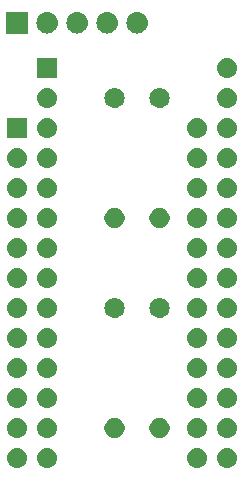
<source format=gbr>
G04 #@! TF.GenerationSoftware,KiCad,Pcbnew,(5.1.2)-1*
G04 #@! TF.CreationDate,2020-02-06T22:00:07-05:00*
G04 #@! TF.ProjectId,23xxxAdapter,32337878-7841-4646-9170-7465722e6b69,rev?*
G04 #@! TF.SameCoordinates,Original*
G04 #@! TF.FileFunction,Soldermask,Top*
G04 #@! TF.FilePolarity,Negative*
%FSLAX46Y46*%
G04 Gerber Fmt 4.6, Leading zero omitted, Abs format (unit mm)*
G04 Created by KiCad (PCBNEW (5.1.2)-1) date 2020-02-06 22:00:07*
%MOMM*%
%LPD*%
G04 APERTURE LIST*
%ADD10C,0.100000*%
G04 APERTURE END LIST*
D10*
G36*
X157646823Y-105841313D02*
G01*
X157807242Y-105889976D01*
X157939906Y-105960886D01*
X157955078Y-105968996D01*
X158084659Y-106075341D01*
X158191004Y-106204922D01*
X158191005Y-106204924D01*
X158270024Y-106352758D01*
X158318687Y-106513177D01*
X158335117Y-106680000D01*
X158318687Y-106846823D01*
X158270024Y-107007242D01*
X158199114Y-107139906D01*
X158191004Y-107155078D01*
X158084659Y-107284659D01*
X157955078Y-107391004D01*
X157955076Y-107391005D01*
X157807242Y-107470024D01*
X157646823Y-107518687D01*
X157521804Y-107531000D01*
X157438196Y-107531000D01*
X157313177Y-107518687D01*
X157152758Y-107470024D01*
X157004924Y-107391005D01*
X157004922Y-107391004D01*
X156875341Y-107284659D01*
X156768996Y-107155078D01*
X156760886Y-107139906D01*
X156689976Y-107007242D01*
X156641313Y-106846823D01*
X156624883Y-106680000D01*
X156641313Y-106513177D01*
X156689976Y-106352758D01*
X156768995Y-106204924D01*
X156768996Y-106204922D01*
X156875341Y-106075341D01*
X157004922Y-105968996D01*
X157020094Y-105960886D01*
X157152758Y-105889976D01*
X157313177Y-105841313D01*
X157438196Y-105829000D01*
X157521804Y-105829000D01*
X157646823Y-105841313D01*
X157646823Y-105841313D01*
G37*
G36*
X172886823Y-105841313D02*
G01*
X173047242Y-105889976D01*
X173179906Y-105960886D01*
X173195078Y-105968996D01*
X173324659Y-106075341D01*
X173431004Y-106204922D01*
X173431005Y-106204924D01*
X173510024Y-106352758D01*
X173558687Y-106513177D01*
X173575117Y-106680000D01*
X173558687Y-106846823D01*
X173510024Y-107007242D01*
X173439114Y-107139906D01*
X173431004Y-107155078D01*
X173324659Y-107284659D01*
X173195078Y-107391004D01*
X173195076Y-107391005D01*
X173047242Y-107470024D01*
X172886823Y-107518687D01*
X172761804Y-107531000D01*
X172678196Y-107531000D01*
X172553177Y-107518687D01*
X172392758Y-107470024D01*
X172244924Y-107391005D01*
X172244922Y-107391004D01*
X172115341Y-107284659D01*
X172008996Y-107155078D01*
X172000886Y-107139906D01*
X171929976Y-107007242D01*
X171881313Y-106846823D01*
X171864883Y-106680000D01*
X171881313Y-106513177D01*
X171929976Y-106352758D01*
X172008995Y-106204924D01*
X172008996Y-106204922D01*
X172115341Y-106075341D01*
X172244922Y-105968996D01*
X172260094Y-105960886D01*
X172392758Y-105889976D01*
X172553177Y-105841313D01*
X172678196Y-105829000D01*
X172761804Y-105829000D01*
X172886823Y-105841313D01*
X172886823Y-105841313D01*
G37*
G36*
X155106823Y-105841313D02*
G01*
X155267242Y-105889976D01*
X155399906Y-105960886D01*
X155415078Y-105968996D01*
X155544659Y-106075341D01*
X155651004Y-106204922D01*
X155651005Y-106204924D01*
X155730024Y-106352758D01*
X155778687Y-106513177D01*
X155795117Y-106680000D01*
X155778687Y-106846823D01*
X155730024Y-107007242D01*
X155659114Y-107139906D01*
X155651004Y-107155078D01*
X155544659Y-107284659D01*
X155415078Y-107391004D01*
X155415076Y-107391005D01*
X155267242Y-107470024D01*
X155106823Y-107518687D01*
X154981804Y-107531000D01*
X154898196Y-107531000D01*
X154773177Y-107518687D01*
X154612758Y-107470024D01*
X154464924Y-107391005D01*
X154464922Y-107391004D01*
X154335341Y-107284659D01*
X154228996Y-107155078D01*
X154220886Y-107139906D01*
X154149976Y-107007242D01*
X154101313Y-106846823D01*
X154084883Y-106680000D01*
X154101313Y-106513177D01*
X154149976Y-106352758D01*
X154228995Y-106204924D01*
X154228996Y-106204922D01*
X154335341Y-106075341D01*
X154464922Y-105968996D01*
X154480094Y-105960886D01*
X154612758Y-105889976D01*
X154773177Y-105841313D01*
X154898196Y-105829000D01*
X154981804Y-105829000D01*
X155106823Y-105841313D01*
X155106823Y-105841313D01*
G37*
G36*
X170346823Y-105841313D02*
G01*
X170507242Y-105889976D01*
X170639906Y-105960886D01*
X170655078Y-105968996D01*
X170784659Y-106075341D01*
X170891004Y-106204922D01*
X170891005Y-106204924D01*
X170970024Y-106352758D01*
X171018687Y-106513177D01*
X171035117Y-106680000D01*
X171018687Y-106846823D01*
X170970024Y-107007242D01*
X170899114Y-107139906D01*
X170891004Y-107155078D01*
X170784659Y-107284659D01*
X170655078Y-107391004D01*
X170655076Y-107391005D01*
X170507242Y-107470024D01*
X170346823Y-107518687D01*
X170221804Y-107531000D01*
X170138196Y-107531000D01*
X170013177Y-107518687D01*
X169852758Y-107470024D01*
X169704924Y-107391005D01*
X169704922Y-107391004D01*
X169575341Y-107284659D01*
X169468996Y-107155078D01*
X169460886Y-107139906D01*
X169389976Y-107007242D01*
X169341313Y-106846823D01*
X169324883Y-106680000D01*
X169341313Y-106513177D01*
X169389976Y-106352758D01*
X169468995Y-106204924D01*
X169468996Y-106204922D01*
X169575341Y-106075341D01*
X169704922Y-105968996D01*
X169720094Y-105960886D01*
X169852758Y-105889976D01*
X170013177Y-105841313D01*
X170138196Y-105829000D01*
X170221804Y-105829000D01*
X170346823Y-105841313D01*
X170346823Y-105841313D01*
G37*
G36*
X163443228Y-103321703D02*
G01*
X163598100Y-103385853D01*
X163737481Y-103478985D01*
X163856015Y-103597519D01*
X163949147Y-103736900D01*
X164013297Y-103891772D01*
X164046000Y-104056184D01*
X164046000Y-104223816D01*
X164013297Y-104388228D01*
X163949147Y-104543100D01*
X163856015Y-104682481D01*
X163737481Y-104801015D01*
X163598100Y-104894147D01*
X163443228Y-104958297D01*
X163278816Y-104991000D01*
X163111184Y-104991000D01*
X162946772Y-104958297D01*
X162791900Y-104894147D01*
X162652519Y-104801015D01*
X162533985Y-104682481D01*
X162440853Y-104543100D01*
X162376703Y-104388228D01*
X162344000Y-104223816D01*
X162344000Y-104056184D01*
X162376703Y-103891772D01*
X162440853Y-103736900D01*
X162533985Y-103597519D01*
X162652519Y-103478985D01*
X162791900Y-103385853D01*
X162946772Y-103321703D01*
X163111184Y-103289000D01*
X163278816Y-103289000D01*
X163443228Y-103321703D01*
X163443228Y-103321703D01*
G37*
G36*
X172886823Y-103301313D02*
G01*
X173047242Y-103349976D01*
X173114361Y-103385852D01*
X173195078Y-103428996D01*
X173324659Y-103535341D01*
X173431004Y-103664922D01*
X173431005Y-103664924D01*
X173510024Y-103812758D01*
X173558687Y-103973177D01*
X173575117Y-104140000D01*
X173558687Y-104306823D01*
X173510024Y-104467242D01*
X173469477Y-104543100D01*
X173431004Y-104615078D01*
X173324659Y-104744659D01*
X173195078Y-104851004D01*
X173195076Y-104851005D01*
X173047242Y-104930024D01*
X172886823Y-104978687D01*
X172761804Y-104991000D01*
X172678196Y-104991000D01*
X172553177Y-104978687D01*
X172392758Y-104930024D01*
X172244924Y-104851005D01*
X172244922Y-104851004D01*
X172115341Y-104744659D01*
X172008996Y-104615078D01*
X171970523Y-104543100D01*
X171929976Y-104467242D01*
X171881313Y-104306823D01*
X171864883Y-104140000D01*
X171881313Y-103973177D01*
X171929976Y-103812758D01*
X172008995Y-103664924D01*
X172008996Y-103664922D01*
X172115341Y-103535341D01*
X172244922Y-103428996D01*
X172325639Y-103385852D01*
X172392758Y-103349976D01*
X172553177Y-103301313D01*
X172678196Y-103289000D01*
X172761804Y-103289000D01*
X172886823Y-103301313D01*
X172886823Y-103301313D01*
G37*
G36*
X155106823Y-103301313D02*
G01*
X155267242Y-103349976D01*
X155334361Y-103385852D01*
X155415078Y-103428996D01*
X155544659Y-103535341D01*
X155651004Y-103664922D01*
X155651005Y-103664924D01*
X155730024Y-103812758D01*
X155778687Y-103973177D01*
X155795117Y-104140000D01*
X155778687Y-104306823D01*
X155730024Y-104467242D01*
X155689477Y-104543100D01*
X155651004Y-104615078D01*
X155544659Y-104744659D01*
X155415078Y-104851004D01*
X155415076Y-104851005D01*
X155267242Y-104930024D01*
X155106823Y-104978687D01*
X154981804Y-104991000D01*
X154898196Y-104991000D01*
X154773177Y-104978687D01*
X154612758Y-104930024D01*
X154464924Y-104851005D01*
X154464922Y-104851004D01*
X154335341Y-104744659D01*
X154228996Y-104615078D01*
X154190523Y-104543100D01*
X154149976Y-104467242D01*
X154101313Y-104306823D01*
X154084883Y-104140000D01*
X154101313Y-103973177D01*
X154149976Y-103812758D01*
X154228995Y-103664924D01*
X154228996Y-103664922D01*
X154335341Y-103535341D01*
X154464922Y-103428996D01*
X154545639Y-103385852D01*
X154612758Y-103349976D01*
X154773177Y-103301313D01*
X154898196Y-103289000D01*
X154981804Y-103289000D01*
X155106823Y-103301313D01*
X155106823Y-103301313D01*
G37*
G36*
X170346823Y-103301313D02*
G01*
X170507242Y-103349976D01*
X170574361Y-103385852D01*
X170655078Y-103428996D01*
X170784659Y-103535341D01*
X170891004Y-103664922D01*
X170891005Y-103664924D01*
X170970024Y-103812758D01*
X171018687Y-103973177D01*
X171035117Y-104140000D01*
X171018687Y-104306823D01*
X170970024Y-104467242D01*
X170929477Y-104543100D01*
X170891004Y-104615078D01*
X170784659Y-104744659D01*
X170655078Y-104851004D01*
X170655076Y-104851005D01*
X170507242Y-104930024D01*
X170346823Y-104978687D01*
X170221804Y-104991000D01*
X170138196Y-104991000D01*
X170013177Y-104978687D01*
X169852758Y-104930024D01*
X169704924Y-104851005D01*
X169704922Y-104851004D01*
X169575341Y-104744659D01*
X169468996Y-104615078D01*
X169430523Y-104543100D01*
X169389976Y-104467242D01*
X169341313Y-104306823D01*
X169324883Y-104140000D01*
X169341313Y-103973177D01*
X169389976Y-103812758D01*
X169468995Y-103664924D01*
X169468996Y-103664922D01*
X169575341Y-103535341D01*
X169704922Y-103428996D01*
X169785639Y-103385852D01*
X169852758Y-103349976D01*
X170013177Y-103301313D01*
X170138196Y-103289000D01*
X170221804Y-103289000D01*
X170346823Y-103301313D01*
X170346823Y-103301313D01*
G37*
G36*
X157646823Y-103301313D02*
G01*
X157807242Y-103349976D01*
X157874361Y-103385852D01*
X157955078Y-103428996D01*
X158084659Y-103535341D01*
X158191004Y-103664922D01*
X158191005Y-103664924D01*
X158270024Y-103812758D01*
X158318687Y-103973177D01*
X158335117Y-104140000D01*
X158318687Y-104306823D01*
X158270024Y-104467242D01*
X158229477Y-104543100D01*
X158191004Y-104615078D01*
X158084659Y-104744659D01*
X157955078Y-104851004D01*
X157955076Y-104851005D01*
X157807242Y-104930024D01*
X157646823Y-104978687D01*
X157521804Y-104991000D01*
X157438196Y-104991000D01*
X157313177Y-104978687D01*
X157152758Y-104930024D01*
X157004924Y-104851005D01*
X157004922Y-104851004D01*
X156875341Y-104744659D01*
X156768996Y-104615078D01*
X156730523Y-104543100D01*
X156689976Y-104467242D01*
X156641313Y-104306823D01*
X156624883Y-104140000D01*
X156641313Y-103973177D01*
X156689976Y-103812758D01*
X156768995Y-103664924D01*
X156768996Y-103664922D01*
X156875341Y-103535341D01*
X157004922Y-103428996D01*
X157085639Y-103385852D01*
X157152758Y-103349976D01*
X157313177Y-103301313D01*
X157438196Y-103289000D01*
X157521804Y-103289000D01*
X157646823Y-103301313D01*
X157646823Y-103301313D01*
G37*
G36*
X167253228Y-103321703D02*
G01*
X167408100Y-103385853D01*
X167547481Y-103478985D01*
X167666015Y-103597519D01*
X167759147Y-103736900D01*
X167823297Y-103891772D01*
X167856000Y-104056184D01*
X167856000Y-104223816D01*
X167823297Y-104388228D01*
X167759147Y-104543100D01*
X167666015Y-104682481D01*
X167547481Y-104801015D01*
X167408100Y-104894147D01*
X167253228Y-104958297D01*
X167088816Y-104991000D01*
X166921184Y-104991000D01*
X166756772Y-104958297D01*
X166601900Y-104894147D01*
X166462519Y-104801015D01*
X166343985Y-104682481D01*
X166250853Y-104543100D01*
X166186703Y-104388228D01*
X166154000Y-104223816D01*
X166154000Y-104056184D01*
X166186703Y-103891772D01*
X166250853Y-103736900D01*
X166343985Y-103597519D01*
X166462519Y-103478985D01*
X166601900Y-103385853D01*
X166756772Y-103321703D01*
X166921184Y-103289000D01*
X167088816Y-103289000D01*
X167253228Y-103321703D01*
X167253228Y-103321703D01*
G37*
G36*
X172886823Y-100761313D02*
G01*
X173047242Y-100809976D01*
X173179906Y-100880886D01*
X173195078Y-100888996D01*
X173324659Y-100995341D01*
X173431004Y-101124922D01*
X173431005Y-101124924D01*
X173510024Y-101272758D01*
X173558687Y-101433177D01*
X173575117Y-101600000D01*
X173558687Y-101766823D01*
X173510024Y-101927242D01*
X173439114Y-102059906D01*
X173431004Y-102075078D01*
X173324659Y-102204659D01*
X173195078Y-102311004D01*
X173195076Y-102311005D01*
X173047242Y-102390024D01*
X172886823Y-102438687D01*
X172761804Y-102451000D01*
X172678196Y-102451000D01*
X172553177Y-102438687D01*
X172392758Y-102390024D01*
X172244924Y-102311005D01*
X172244922Y-102311004D01*
X172115341Y-102204659D01*
X172008996Y-102075078D01*
X172000886Y-102059906D01*
X171929976Y-101927242D01*
X171881313Y-101766823D01*
X171864883Y-101600000D01*
X171881313Y-101433177D01*
X171929976Y-101272758D01*
X172008995Y-101124924D01*
X172008996Y-101124922D01*
X172115341Y-100995341D01*
X172244922Y-100888996D01*
X172260094Y-100880886D01*
X172392758Y-100809976D01*
X172553177Y-100761313D01*
X172678196Y-100749000D01*
X172761804Y-100749000D01*
X172886823Y-100761313D01*
X172886823Y-100761313D01*
G37*
G36*
X155106823Y-100761313D02*
G01*
X155267242Y-100809976D01*
X155399906Y-100880886D01*
X155415078Y-100888996D01*
X155544659Y-100995341D01*
X155651004Y-101124922D01*
X155651005Y-101124924D01*
X155730024Y-101272758D01*
X155778687Y-101433177D01*
X155795117Y-101600000D01*
X155778687Y-101766823D01*
X155730024Y-101927242D01*
X155659114Y-102059906D01*
X155651004Y-102075078D01*
X155544659Y-102204659D01*
X155415078Y-102311004D01*
X155415076Y-102311005D01*
X155267242Y-102390024D01*
X155106823Y-102438687D01*
X154981804Y-102451000D01*
X154898196Y-102451000D01*
X154773177Y-102438687D01*
X154612758Y-102390024D01*
X154464924Y-102311005D01*
X154464922Y-102311004D01*
X154335341Y-102204659D01*
X154228996Y-102075078D01*
X154220886Y-102059906D01*
X154149976Y-101927242D01*
X154101313Y-101766823D01*
X154084883Y-101600000D01*
X154101313Y-101433177D01*
X154149976Y-101272758D01*
X154228995Y-101124924D01*
X154228996Y-101124922D01*
X154335341Y-100995341D01*
X154464922Y-100888996D01*
X154480094Y-100880886D01*
X154612758Y-100809976D01*
X154773177Y-100761313D01*
X154898196Y-100749000D01*
X154981804Y-100749000D01*
X155106823Y-100761313D01*
X155106823Y-100761313D01*
G37*
G36*
X157646823Y-100761313D02*
G01*
X157807242Y-100809976D01*
X157939906Y-100880886D01*
X157955078Y-100888996D01*
X158084659Y-100995341D01*
X158191004Y-101124922D01*
X158191005Y-101124924D01*
X158270024Y-101272758D01*
X158318687Y-101433177D01*
X158335117Y-101600000D01*
X158318687Y-101766823D01*
X158270024Y-101927242D01*
X158199114Y-102059906D01*
X158191004Y-102075078D01*
X158084659Y-102204659D01*
X157955078Y-102311004D01*
X157955076Y-102311005D01*
X157807242Y-102390024D01*
X157646823Y-102438687D01*
X157521804Y-102451000D01*
X157438196Y-102451000D01*
X157313177Y-102438687D01*
X157152758Y-102390024D01*
X157004924Y-102311005D01*
X157004922Y-102311004D01*
X156875341Y-102204659D01*
X156768996Y-102075078D01*
X156760886Y-102059906D01*
X156689976Y-101927242D01*
X156641313Y-101766823D01*
X156624883Y-101600000D01*
X156641313Y-101433177D01*
X156689976Y-101272758D01*
X156768995Y-101124924D01*
X156768996Y-101124922D01*
X156875341Y-100995341D01*
X157004922Y-100888996D01*
X157020094Y-100880886D01*
X157152758Y-100809976D01*
X157313177Y-100761313D01*
X157438196Y-100749000D01*
X157521804Y-100749000D01*
X157646823Y-100761313D01*
X157646823Y-100761313D01*
G37*
G36*
X170346823Y-100761313D02*
G01*
X170507242Y-100809976D01*
X170639906Y-100880886D01*
X170655078Y-100888996D01*
X170784659Y-100995341D01*
X170891004Y-101124922D01*
X170891005Y-101124924D01*
X170970024Y-101272758D01*
X171018687Y-101433177D01*
X171035117Y-101600000D01*
X171018687Y-101766823D01*
X170970024Y-101927242D01*
X170899114Y-102059906D01*
X170891004Y-102075078D01*
X170784659Y-102204659D01*
X170655078Y-102311004D01*
X170655076Y-102311005D01*
X170507242Y-102390024D01*
X170346823Y-102438687D01*
X170221804Y-102451000D01*
X170138196Y-102451000D01*
X170013177Y-102438687D01*
X169852758Y-102390024D01*
X169704924Y-102311005D01*
X169704922Y-102311004D01*
X169575341Y-102204659D01*
X169468996Y-102075078D01*
X169460886Y-102059906D01*
X169389976Y-101927242D01*
X169341313Y-101766823D01*
X169324883Y-101600000D01*
X169341313Y-101433177D01*
X169389976Y-101272758D01*
X169468995Y-101124924D01*
X169468996Y-101124922D01*
X169575341Y-100995341D01*
X169704922Y-100888996D01*
X169720094Y-100880886D01*
X169852758Y-100809976D01*
X170013177Y-100761313D01*
X170138196Y-100749000D01*
X170221804Y-100749000D01*
X170346823Y-100761313D01*
X170346823Y-100761313D01*
G37*
G36*
X155106823Y-98221313D02*
G01*
X155267242Y-98269976D01*
X155399906Y-98340886D01*
X155415078Y-98348996D01*
X155544659Y-98455341D01*
X155651004Y-98584922D01*
X155651005Y-98584924D01*
X155730024Y-98732758D01*
X155778687Y-98893177D01*
X155795117Y-99060000D01*
X155778687Y-99226823D01*
X155730024Y-99387242D01*
X155659114Y-99519906D01*
X155651004Y-99535078D01*
X155544659Y-99664659D01*
X155415078Y-99771004D01*
X155415076Y-99771005D01*
X155267242Y-99850024D01*
X155106823Y-99898687D01*
X154981804Y-99911000D01*
X154898196Y-99911000D01*
X154773177Y-99898687D01*
X154612758Y-99850024D01*
X154464924Y-99771005D01*
X154464922Y-99771004D01*
X154335341Y-99664659D01*
X154228996Y-99535078D01*
X154220886Y-99519906D01*
X154149976Y-99387242D01*
X154101313Y-99226823D01*
X154084883Y-99060000D01*
X154101313Y-98893177D01*
X154149976Y-98732758D01*
X154228995Y-98584924D01*
X154228996Y-98584922D01*
X154335341Y-98455341D01*
X154464922Y-98348996D01*
X154480094Y-98340886D01*
X154612758Y-98269976D01*
X154773177Y-98221313D01*
X154898196Y-98209000D01*
X154981804Y-98209000D01*
X155106823Y-98221313D01*
X155106823Y-98221313D01*
G37*
G36*
X157646823Y-98221313D02*
G01*
X157807242Y-98269976D01*
X157939906Y-98340886D01*
X157955078Y-98348996D01*
X158084659Y-98455341D01*
X158191004Y-98584922D01*
X158191005Y-98584924D01*
X158270024Y-98732758D01*
X158318687Y-98893177D01*
X158335117Y-99060000D01*
X158318687Y-99226823D01*
X158270024Y-99387242D01*
X158199114Y-99519906D01*
X158191004Y-99535078D01*
X158084659Y-99664659D01*
X157955078Y-99771004D01*
X157955076Y-99771005D01*
X157807242Y-99850024D01*
X157646823Y-99898687D01*
X157521804Y-99911000D01*
X157438196Y-99911000D01*
X157313177Y-99898687D01*
X157152758Y-99850024D01*
X157004924Y-99771005D01*
X157004922Y-99771004D01*
X156875341Y-99664659D01*
X156768996Y-99535078D01*
X156760886Y-99519906D01*
X156689976Y-99387242D01*
X156641313Y-99226823D01*
X156624883Y-99060000D01*
X156641313Y-98893177D01*
X156689976Y-98732758D01*
X156768995Y-98584924D01*
X156768996Y-98584922D01*
X156875341Y-98455341D01*
X157004922Y-98348996D01*
X157020094Y-98340886D01*
X157152758Y-98269976D01*
X157313177Y-98221313D01*
X157438196Y-98209000D01*
X157521804Y-98209000D01*
X157646823Y-98221313D01*
X157646823Y-98221313D01*
G37*
G36*
X172886823Y-98221313D02*
G01*
X173047242Y-98269976D01*
X173179906Y-98340886D01*
X173195078Y-98348996D01*
X173324659Y-98455341D01*
X173431004Y-98584922D01*
X173431005Y-98584924D01*
X173510024Y-98732758D01*
X173558687Y-98893177D01*
X173575117Y-99060000D01*
X173558687Y-99226823D01*
X173510024Y-99387242D01*
X173439114Y-99519906D01*
X173431004Y-99535078D01*
X173324659Y-99664659D01*
X173195078Y-99771004D01*
X173195076Y-99771005D01*
X173047242Y-99850024D01*
X172886823Y-99898687D01*
X172761804Y-99911000D01*
X172678196Y-99911000D01*
X172553177Y-99898687D01*
X172392758Y-99850024D01*
X172244924Y-99771005D01*
X172244922Y-99771004D01*
X172115341Y-99664659D01*
X172008996Y-99535078D01*
X172000886Y-99519906D01*
X171929976Y-99387242D01*
X171881313Y-99226823D01*
X171864883Y-99060000D01*
X171881313Y-98893177D01*
X171929976Y-98732758D01*
X172008995Y-98584924D01*
X172008996Y-98584922D01*
X172115341Y-98455341D01*
X172244922Y-98348996D01*
X172260094Y-98340886D01*
X172392758Y-98269976D01*
X172553177Y-98221313D01*
X172678196Y-98209000D01*
X172761804Y-98209000D01*
X172886823Y-98221313D01*
X172886823Y-98221313D01*
G37*
G36*
X170346823Y-98221313D02*
G01*
X170507242Y-98269976D01*
X170639906Y-98340886D01*
X170655078Y-98348996D01*
X170784659Y-98455341D01*
X170891004Y-98584922D01*
X170891005Y-98584924D01*
X170970024Y-98732758D01*
X171018687Y-98893177D01*
X171035117Y-99060000D01*
X171018687Y-99226823D01*
X170970024Y-99387242D01*
X170899114Y-99519906D01*
X170891004Y-99535078D01*
X170784659Y-99664659D01*
X170655078Y-99771004D01*
X170655076Y-99771005D01*
X170507242Y-99850024D01*
X170346823Y-99898687D01*
X170221804Y-99911000D01*
X170138196Y-99911000D01*
X170013177Y-99898687D01*
X169852758Y-99850024D01*
X169704924Y-99771005D01*
X169704922Y-99771004D01*
X169575341Y-99664659D01*
X169468996Y-99535078D01*
X169460886Y-99519906D01*
X169389976Y-99387242D01*
X169341313Y-99226823D01*
X169324883Y-99060000D01*
X169341313Y-98893177D01*
X169389976Y-98732758D01*
X169468995Y-98584924D01*
X169468996Y-98584922D01*
X169575341Y-98455341D01*
X169704922Y-98348996D01*
X169720094Y-98340886D01*
X169852758Y-98269976D01*
X170013177Y-98221313D01*
X170138196Y-98209000D01*
X170221804Y-98209000D01*
X170346823Y-98221313D01*
X170346823Y-98221313D01*
G37*
G36*
X157646823Y-95681313D02*
G01*
X157807242Y-95729976D01*
X157939906Y-95800886D01*
X157955078Y-95808996D01*
X158084659Y-95915341D01*
X158191004Y-96044922D01*
X158191005Y-96044924D01*
X158270024Y-96192758D01*
X158318687Y-96353177D01*
X158335117Y-96520000D01*
X158318687Y-96686823D01*
X158270024Y-96847242D01*
X158199114Y-96979906D01*
X158191004Y-96995078D01*
X158084659Y-97124659D01*
X157955078Y-97231004D01*
X157955076Y-97231005D01*
X157807242Y-97310024D01*
X157646823Y-97358687D01*
X157521804Y-97371000D01*
X157438196Y-97371000D01*
X157313177Y-97358687D01*
X157152758Y-97310024D01*
X157004924Y-97231005D01*
X157004922Y-97231004D01*
X156875341Y-97124659D01*
X156768996Y-96995078D01*
X156760886Y-96979906D01*
X156689976Y-96847242D01*
X156641313Y-96686823D01*
X156624883Y-96520000D01*
X156641313Y-96353177D01*
X156689976Y-96192758D01*
X156768995Y-96044924D01*
X156768996Y-96044922D01*
X156875341Y-95915341D01*
X157004922Y-95808996D01*
X157020094Y-95800886D01*
X157152758Y-95729976D01*
X157313177Y-95681313D01*
X157438196Y-95669000D01*
X157521804Y-95669000D01*
X157646823Y-95681313D01*
X157646823Y-95681313D01*
G37*
G36*
X155106823Y-95681313D02*
G01*
X155267242Y-95729976D01*
X155399906Y-95800886D01*
X155415078Y-95808996D01*
X155544659Y-95915341D01*
X155651004Y-96044922D01*
X155651005Y-96044924D01*
X155730024Y-96192758D01*
X155778687Y-96353177D01*
X155795117Y-96520000D01*
X155778687Y-96686823D01*
X155730024Y-96847242D01*
X155659114Y-96979906D01*
X155651004Y-96995078D01*
X155544659Y-97124659D01*
X155415078Y-97231004D01*
X155415076Y-97231005D01*
X155267242Y-97310024D01*
X155106823Y-97358687D01*
X154981804Y-97371000D01*
X154898196Y-97371000D01*
X154773177Y-97358687D01*
X154612758Y-97310024D01*
X154464924Y-97231005D01*
X154464922Y-97231004D01*
X154335341Y-97124659D01*
X154228996Y-96995078D01*
X154220886Y-96979906D01*
X154149976Y-96847242D01*
X154101313Y-96686823D01*
X154084883Y-96520000D01*
X154101313Y-96353177D01*
X154149976Y-96192758D01*
X154228995Y-96044924D01*
X154228996Y-96044922D01*
X154335341Y-95915341D01*
X154464922Y-95808996D01*
X154480094Y-95800886D01*
X154612758Y-95729976D01*
X154773177Y-95681313D01*
X154898196Y-95669000D01*
X154981804Y-95669000D01*
X155106823Y-95681313D01*
X155106823Y-95681313D01*
G37*
G36*
X170346823Y-95681313D02*
G01*
X170507242Y-95729976D01*
X170639906Y-95800886D01*
X170655078Y-95808996D01*
X170784659Y-95915341D01*
X170891004Y-96044922D01*
X170891005Y-96044924D01*
X170970024Y-96192758D01*
X171018687Y-96353177D01*
X171035117Y-96520000D01*
X171018687Y-96686823D01*
X170970024Y-96847242D01*
X170899114Y-96979906D01*
X170891004Y-96995078D01*
X170784659Y-97124659D01*
X170655078Y-97231004D01*
X170655076Y-97231005D01*
X170507242Y-97310024D01*
X170346823Y-97358687D01*
X170221804Y-97371000D01*
X170138196Y-97371000D01*
X170013177Y-97358687D01*
X169852758Y-97310024D01*
X169704924Y-97231005D01*
X169704922Y-97231004D01*
X169575341Y-97124659D01*
X169468996Y-96995078D01*
X169460886Y-96979906D01*
X169389976Y-96847242D01*
X169341313Y-96686823D01*
X169324883Y-96520000D01*
X169341313Y-96353177D01*
X169389976Y-96192758D01*
X169468995Y-96044924D01*
X169468996Y-96044922D01*
X169575341Y-95915341D01*
X169704922Y-95808996D01*
X169720094Y-95800886D01*
X169852758Y-95729976D01*
X170013177Y-95681313D01*
X170138196Y-95669000D01*
X170221804Y-95669000D01*
X170346823Y-95681313D01*
X170346823Y-95681313D01*
G37*
G36*
X172886823Y-95681313D02*
G01*
X173047242Y-95729976D01*
X173179906Y-95800886D01*
X173195078Y-95808996D01*
X173324659Y-95915341D01*
X173431004Y-96044922D01*
X173431005Y-96044924D01*
X173510024Y-96192758D01*
X173558687Y-96353177D01*
X173575117Y-96520000D01*
X173558687Y-96686823D01*
X173510024Y-96847242D01*
X173439114Y-96979906D01*
X173431004Y-96995078D01*
X173324659Y-97124659D01*
X173195078Y-97231004D01*
X173195076Y-97231005D01*
X173047242Y-97310024D01*
X172886823Y-97358687D01*
X172761804Y-97371000D01*
X172678196Y-97371000D01*
X172553177Y-97358687D01*
X172392758Y-97310024D01*
X172244924Y-97231005D01*
X172244922Y-97231004D01*
X172115341Y-97124659D01*
X172008996Y-96995078D01*
X172000886Y-96979906D01*
X171929976Y-96847242D01*
X171881313Y-96686823D01*
X171864883Y-96520000D01*
X171881313Y-96353177D01*
X171929976Y-96192758D01*
X172008995Y-96044924D01*
X172008996Y-96044922D01*
X172115341Y-95915341D01*
X172244922Y-95808996D01*
X172260094Y-95800886D01*
X172392758Y-95729976D01*
X172553177Y-95681313D01*
X172678196Y-95669000D01*
X172761804Y-95669000D01*
X172886823Y-95681313D01*
X172886823Y-95681313D01*
G37*
G36*
X170346823Y-93141313D02*
G01*
X170507242Y-93189976D01*
X170639906Y-93260886D01*
X170655078Y-93268996D01*
X170784659Y-93375341D01*
X170891004Y-93504922D01*
X170891005Y-93504924D01*
X170970024Y-93652758D01*
X171018687Y-93813177D01*
X171035117Y-93980000D01*
X171018687Y-94146823D01*
X170970024Y-94307242D01*
X170899114Y-94439906D01*
X170891004Y-94455078D01*
X170784659Y-94584659D01*
X170655078Y-94691004D01*
X170655076Y-94691005D01*
X170507242Y-94770024D01*
X170346823Y-94818687D01*
X170221804Y-94831000D01*
X170138196Y-94831000D01*
X170013177Y-94818687D01*
X169852758Y-94770024D01*
X169704924Y-94691005D01*
X169704922Y-94691004D01*
X169575341Y-94584659D01*
X169468996Y-94455078D01*
X169460886Y-94439906D01*
X169389976Y-94307242D01*
X169341313Y-94146823D01*
X169324883Y-93980000D01*
X169341313Y-93813177D01*
X169389976Y-93652758D01*
X169468995Y-93504924D01*
X169468996Y-93504922D01*
X169575341Y-93375341D01*
X169704922Y-93268996D01*
X169720094Y-93260886D01*
X169852758Y-93189976D01*
X170013177Y-93141313D01*
X170138196Y-93129000D01*
X170221804Y-93129000D01*
X170346823Y-93141313D01*
X170346823Y-93141313D01*
G37*
G36*
X167171823Y-93141313D02*
G01*
X167332242Y-93189976D01*
X167464906Y-93260886D01*
X167480078Y-93268996D01*
X167609659Y-93375341D01*
X167716004Y-93504922D01*
X167716005Y-93504924D01*
X167795024Y-93652758D01*
X167843687Y-93813177D01*
X167860117Y-93980000D01*
X167843687Y-94146823D01*
X167795024Y-94307242D01*
X167724114Y-94439906D01*
X167716004Y-94455078D01*
X167609659Y-94584659D01*
X167480078Y-94691004D01*
X167480076Y-94691005D01*
X167332242Y-94770024D01*
X167171823Y-94818687D01*
X167046804Y-94831000D01*
X166963196Y-94831000D01*
X166838177Y-94818687D01*
X166677758Y-94770024D01*
X166529924Y-94691005D01*
X166529922Y-94691004D01*
X166400341Y-94584659D01*
X166293996Y-94455078D01*
X166285886Y-94439906D01*
X166214976Y-94307242D01*
X166166313Y-94146823D01*
X166149883Y-93980000D01*
X166166313Y-93813177D01*
X166214976Y-93652758D01*
X166293995Y-93504924D01*
X166293996Y-93504922D01*
X166400341Y-93375341D01*
X166529922Y-93268996D01*
X166545094Y-93260886D01*
X166677758Y-93189976D01*
X166838177Y-93141313D01*
X166963196Y-93129000D01*
X167046804Y-93129000D01*
X167171823Y-93141313D01*
X167171823Y-93141313D01*
G37*
G36*
X155106823Y-93141313D02*
G01*
X155267242Y-93189976D01*
X155399906Y-93260886D01*
X155415078Y-93268996D01*
X155544659Y-93375341D01*
X155651004Y-93504922D01*
X155651005Y-93504924D01*
X155730024Y-93652758D01*
X155778687Y-93813177D01*
X155795117Y-93980000D01*
X155778687Y-94146823D01*
X155730024Y-94307242D01*
X155659114Y-94439906D01*
X155651004Y-94455078D01*
X155544659Y-94584659D01*
X155415078Y-94691004D01*
X155415076Y-94691005D01*
X155267242Y-94770024D01*
X155106823Y-94818687D01*
X154981804Y-94831000D01*
X154898196Y-94831000D01*
X154773177Y-94818687D01*
X154612758Y-94770024D01*
X154464924Y-94691005D01*
X154464922Y-94691004D01*
X154335341Y-94584659D01*
X154228996Y-94455078D01*
X154220886Y-94439906D01*
X154149976Y-94307242D01*
X154101313Y-94146823D01*
X154084883Y-93980000D01*
X154101313Y-93813177D01*
X154149976Y-93652758D01*
X154228995Y-93504924D01*
X154228996Y-93504922D01*
X154335341Y-93375341D01*
X154464922Y-93268996D01*
X154480094Y-93260886D01*
X154612758Y-93189976D01*
X154773177Y-93141313D01*
X154898196Y-93129000D01*
X154981804Y-93129000D01*
X155106823Y-93141313D01*
X155106823Y-93141313D01*
G37*
G36*
X163361823Y-93141313D02*
G01*
X163522242Y-93189976D01*
X163654906Y-93260886D01*
X163670078Y-93268996D01*
X163799659Y-93375341D01*
X163906004Y-93504922D01*
X163906005Y-93504924D01*
X163985024Y-93652758D01*
X164033687Y-93813177D01*
X164050117Y-93980000D01*
X164033687Y-94146823D01*
X163985024Y-94307242D01*
X163914114Y-94439906D01*
X163906004Y-94455078D01*
X163799659Y-94584659D01*
X163670078Y-94691004D01*
X163670076Y-94691005D01*
X163522242Y-94770024D01*
X163361823Y-94818687D01*
X163236804Y-94831000D01*
X163153196Y-94831000D01*
X163028177Y-94818687D01*
X162867758Y-94770024D01*
X162719924Y-94691005D01*
X162719922Y-94691004D01*
X162590341Y-94584659D01*
X162483996Y-94455078D01*
X162475886Y-94439906D01*
X162404976Y-94307242D01*
X162356313Y-94146823D01*
X162339883Y-93980000D01*
X162356313Y-93813177D01*
X162404976Y-93652758D01*
X162483995Y-93504924D01*
X162483996Y-93504922D01*
X162590341Y-93375341D01*
X162719922Y-93268996D01*
X162735094Y-93260886D01*
X162867758Y-93189976D01*
X163028177Y-93141313D01*
X163153196Y-93129000D01*
X163236804Y-93129000D01*
X163361823Y-93141313D01*
X163361823Y-93141313D01*
G37*
G36*
X157646823Y-93141313D02*
G01*
X157807242Y-93189976D01*
X157939906Y-93260886D01*
X157955078Y-93268996D01*
X158084659Y-93375341D01*
X158191004Y-93504922D01*
X158191005Y-93504924D01*
X158270024Y-93652758D01*
X158318687Y-93813177D01*
X158335117Y-93980000D01*
X158318687Y-94146823D01*
X158270024Y-94307242D01*
X158199114Y-94439906D01*
X158191004Y-94455078D01*
X158084659Y-94584659D01*
X157955078Y-94691004D01*
X157955076Y-94691005D01*
X157807242Y-94770024D01*
X157646823Y-94818687D01*
X157521804Y-94831000D01*
X157438196Y-94831000D01*
X157313177Y-94818687D01*
X157152758Y-94770024D01*
X157004924Y-94691005D01*
X157004922Y-94691004D01*
X156875341Y-94584659D01*
X156768996Y-94455078D01*
X156760886Y-94439906D01*
X156689976Y-94307242D01*
X156641313Y-94146823D01*
X156624883Y-93980000D01*
X156641313Y-93813177D01*
X156689976Y-93652758D01*
X156768995Y-93504924D01*
X156768996Y-93504922D01*
X156875341Y-93375341D01*
X157004922Y-93268996D01*
X157020094Y-93260886D01*
X157152758Y-93189976D01*
X157313177Y-93141313D01*
X157438196Y-93129000D01*
X157521804Y-93129000D01*
X157646823Y-93141313D01*
X157646823Y-93141313D01*
G37*
G36*
X172886823Y-93141313D02*
G01*
X173047242Y-93189976D01*
X173179906Y-93260886D01*
X173195078Y-93268996D01*
X173324659Y-93375341D01*
X173431004Y-93504922D01*
X173431005Y-93504924D01*
X173510024Y-93652758D01*
X173558687Y-93813177D01*
X173575117Y-93980000D01*
X173558687Y-94146823D01*
X173510024Y-94307242D01*
X173439114Y-94439906D01*
X173431004Y-94455078D01*
X173324659Y-94584659D01*
X173195078Y-94691004D01*
X173195076Y-94691005D01*
X173047242Y-94770024D01*
X172886823Y-94818687D01*
X172761804Y-94831000D01*
X172678196Y-94831000D01*
X172553177Y-94818687D01*
X172392758Y-94770024D01*
X172244924Y-94691005D01*
X172244922Y-94691004D01*
X172115341Y-94584659D01*
X172008996Y-94455078D01*
X172000886Y-94439906D01*
X171929976Y-94307242D01*
X171881313Y-94146823D01*
X171864883Y-93980000D01*
X171881313Y-93813177D01*
X171929976Y-93652758D01*
X172008995Y-93504924D01*
X172008996Y-93504922D01*
X172115341Y-93375341D01*
X172244922Y-93268996D01*
X172260094Y-93260886D01*
X172392758Y-93189976D01*
X172553177Y-93141313D01*
X172678196Y-93129000D01*
X172761804Y-93129000D01*
X172886823Y-93141313D01*
X172886823Y-93141313D01*
G37*
G36*
X172886823Y-90601313D02*
G01*
X173047242Y-90649976D01*
X173179906Y-90720886D01*
X173195078Y-90728996D01*
X173324659Y-90835341D01*
X173431004Y-90964922D01*
X173431005Y-90964924D01*
X173510024Y-91112758D01*
X173558687Y-91273177D01*
X173575117Y-91440000D01*
X173558687Y-91606823D01*
X173510024Y-91767242D01*
X173439114Y-91899906D01*
X173431004Y-91915078D01*
X173324659Y-92044659D01*
X173195078Y-92151004D01*
X173195076Y-92151005D01*
X173047242Y-92230024D01*
X172886823Y-92278687D01*
X172761804Y-92291000D01*
X172678196Y-92291000D01*
X172553177Y-92278687D01*
X172392758Y-92230024D01*
X172244924Y-92151005D01*
X172244922Y-92151004D01*
X172115341Y-92044659D01*
X172008996Y-91915078D01*
X172000886Y-91899906D01*
X171929976Y-91767242D01*
X171881313Y-91606823D01*
X171864883Y-91440000D01*
X171881313Y-91273177D01*
X171929976Y-91112758D01*
X172008995Y-90964924D01*
X172008996Y-90964922D01*
X172115341Y-90835341D01*
X172244922Y-90728996D01*
X172260094Y-90720886D01*
X172392758Y-90649976D01*
X172553177Y-90601313D01*
X172678196Y-90589000D01*
X172761804Y-90589000D01*
X172886823Y-90601313D01*
X172886823Y-90601313D01*
G37*
G36*
X170346823Y-90601313D02*
G01*
X170507242Y-90649976D01*
X170639906Y-90720886D01*
X170655078Y-90728996D01*
X170784659Y-90835341D01*
X170891004Y-90964922D01*
X170891005Y-90964924D01*
X170970024Y-91112758D01*
X171018687Y-91273177D01*
X171035117Y-91440000D01*
X171018687Y-91606823D01*
X170970024Y-91767242D01*
X170899114Y-91899906D01*
X170891004Y-91915078D01*
X170784659Y-92044659D01*
X170655078Y-92151004D01*
X170655076Y-92151005D01*
X170507242Y-92230024D01*
X170346823Y-92278687D01*
X170221804Y-92291000D01*
X170138196Y-92291000D01*
X170013177Y-92278687D01*
X169852758Y-92230024D01*
X169704924Y-92151005D01*
X169704922Y-92151004D01*
X169575341Y-92044659D01*
X169468996Y-91915078D01*
X169460886Y-91899906D01*
X169389976Y-91767242D01*
X169341313Y-91606823D01*
X169324883Y-91440000D01*
X169341313Y-91273177D01*
X169389976Y-91112758D01*
X169468995Y-90964924D01*
X169468996Y-90964922D01*
X169575341Y-90835341D01*
X169704922Y-90728996D01*
X169720094Y-90720886D01*
X169852758Y-90649976D01*
X170013177Y-90601313D01*
X170138196Y-90589000D01*
X170221804Y-90589000D01*
X170346823Y-90601313D01*
X170346823Y-90601313D01*
G37*
G36*
X157646823Y-90601313D02*
G01*
X157807242Y-90649976D01*
X157939906Y-90720886D01*
X157955078Y-90728996D01*
X158084659Y-90835341D01*
X158191004Y-90964922D01*
X158191005Y-90964924D01*
X158270024Y-91112758D01*
X158318687Y-91273177D01*
X158335117Y-91440000D01*
X158318687Y-91606823D01*
X158270024Y-91767242D01*
X158199114Y-91899906D01*
X158191004Y-91915078D01*
X158084659Y-92044659D01*
X157955078Y-92151004D01*
X157955076Y-92151005D01*
X157807242Y-92230024D01*
X157646823Y-92278687D01*
X157521804Y-92291000D01*
X157438196Y-92291000D01*
X157313177Y-92278687D01*
X157152758Y-92230024D01*
X157004924Y-92151005D01*
X157004922Y-92151004D01*
X156875341Y-92044659D01*
X156768996Y-91915078D01*
X156760886Y-91899906D01*
X156689976Y-91767242D01*
X156641313Y-91606823D01*
X156624883Y-91440000D01*
X156641313Y-91273177D01*
X156689976Y-91112758D01*
X156768995Y-90964924D01*
X156768996Y-90964922D01*
X156875341Y-90835341D01*
X157004922Y-90728996D01*
X157020094Y-90720886D01*
X157152758Y-90649976D01*
X157313177Y-90601313D01*
X157438196Y-90589000D01*
X157521804Y-90589000D01*
X157646823Y-90601313D01*
X157646823Y-90601313D01*
G37*
G36*
X155106823Y-90601313D02*
G01*
X155267242Y-90649976D01*
X155399906Y-90720886D01*
X155415078Y-90728996D01*
X155544659Y-90835341D01*
X155651004Y-90964922D01*
X155651005Y-90964924D01*
X155730024Y-91112758D01*
X155778687Y-91273177D01*
X155795117Y-91440000D01*
X155778687Y-91606823D01*
X155730024Y-91767242D01*
X155659114Y-91899906D01*
X155651004Y-91915078D01*
X155544659Y-92044659D01*
X155415078Y-92151004D01*
X155415076Y-92151005D01*
X155267242Y-92230024D01*
X155106823Y-92278687D01*
X154981804Y-92291000D01*
X154898196Y-92291000D01*
X154773177Y-92278687D01*
X154612758Y-92230024D01*
X154464924Y-92151005D01*
X154464922Y-92151004D01*
X154335341Y-92044659D01*
X154228996Y-91915078D01*
X154220886Y-91899906D01*
X154149976Y-91767242D01*
X154101313Y-91606823D01*
X154084883Y-91440000D01*
X154101313Y-91273177D01*
X154149976Y-91112758D01*
X154228995Y-90964924D01*
X154228996Y-90964922D01*
X154335341Y-90835341D01*
X154464922Y-90728996D01*
X154480094Y-90720886D01*
X154612758Y-90649976D01*
X154773177Y-90601313D01*
X154898196Y-90589000D01*
X154981804Y-90589000D01*
X155106823Y-90601313D01*
X155106823Y-90601313D01*
G37*
G36*
X172886823Y-88061313D02*
G01*
X173047242Y-88109976D01*
X173179906Y-88180886D01*
X173195078Y-88188996D01*
X173324659Y-88295341D01*
X173431004Y-88424922D01*
X173431005Y-88424924D01*
X173510024Y-88572758D01*
X173558687Y-88733177D01*
X173575117Y-88900000D01*
X173558687Y-89066823D01*
X173510024Y-89227242D01*
X173439114Y-89359906D01*
X173431004Y-89375078D01*
X173324659Y-89504659D01*
X173195078Y-89611004D01*
X173195076Y-89611005D01*
X173047242Y-89690024D01*
X172886823Y-89738687D01*
X172761804Y-89751000D01*
X172678196Y-89751000D01*
X172553177Y-89738687D01*
X172392758Y-89690024D01*
X172244924Y-89611005D01*
X172244922Y-89611004D01*
X172115341Y-89504659D01*
X172008996Y-89375078D01*
X172000886Y-89359906D01*
X171929976Y-89227242D01*
X171881313Y-89066823D01*
X171864883Y-88900000D01*
X171881313Y-88733177D01*
X171929976Y-88572758D01*
X172008995Y-88424924D01*
X172008996Y-88424922D01*
X172115341Y-88295341D01*
X172244922Y-88188996D01*
X172260094Y-88180886D01*
X172392758Y-88109976D01*
X172553177Y-88061313D01*
X172678196Y-88049000D01*
X172761804Y-88049000D01*
X172886823Y-88061313D01*
X172886823Y-88061313D01*
G37*
G36*
X157646823Y-88061313D02*
G01*
X157807242Y-88109976D01*
X157939906Y-88180886D01*
X157955078Y-88188996D01*
X158084659Y-88295341D01*
X158191004Y-88424922D01*
X158191005Y-88424924D01*
X158270024Y-88572758D01*
X158318687Y-88733177D01*
X158335117Y-88900000D01*
X158318687Y-89066823D01*
X158270024Y-89227242D01*
X158199114Y-89359906D01*
X158191004Y-89375078D01*
X158084659Y-89504659D01*
X157955078Y-89611004D01*
X157955076Y-89611005D01*
X157807242Y-89690024D01*
X157646823Y-89738687D01*
X157521804Y-89751000D01*
X157438196Y-89751000D01*
X157313177Y-89738687D01*
X157152758Y-89690024D01*
X157004924Y-89611005D01*
X157004922Y-89611004D01*
X156875341Y-89504659D01*
X156768996Y-89375078D01*
X156760886Y-89359906D01*
X156689976Y-89227242D01*
X156641313Y-89066823D01*
X156624883Y-88900000D01*
X156641313Y-88733177D01*
X156689976Y-88572758D01*
X156768995Y-88424924D01*
X156768996Y-88424922D01*
X156875341Y-88295341D01*
X157004922Y-88188996D01*
X157020094Y-88180886D01*
X157152758Y-88109976D01*
X157313177Y-88061313D01*
X157438196Y-88049000D01*
X157521804Y-88049000D01*
X157646823Y-88061313D01*
X157646823Y-88061313D01*
G37*
G36*
X170346823Y-88061313D02*
G01*
X170507242Y-88109976D01*
X170639906Y-88180886D01*
X170655078Y-88188996D01*
X170784659Y-88295341D01*
X170891004Y-88424922D01*
X170891005Y-88424924D01*
X170970024Y-88572758D01*
X171018687Y-88733177D01*
X171035117Y-88900000D01*
X171018687Y-89066823D01*
X170970024Y-89227242D01*
X170899114Y-89359906D01*
X170891004Y-89375078D01*
X170784659Y-89504659D01*
X170655078Y-89611004D01*
X170655076Y-89611005D01*
X170507242Y-89690024D01*
X170346823Y-89738687D01*
X170221804Y-89751000D01*
X170138196Y-89751000D01*
X170013177Y-89738687D01*
X169852758Y-89690024D01*
X169704924Y-89611005D01*
X169704922Y-89611004D01*
X169575341Y-89504659D01*
X169468996Y-89375078D01*
X169460886Y-89359906D01*
X169389976Y-89227242D01*
X169341313Y-89066823D01*
X169324883Y-88900000D01*
X169341313Y-88733177D01*
X169389976Y-88572758D01*
X169468995Y-88424924D01*
X169468996Y-88424922D01*
X169575341Y-88295341D01*
X169704922Y-88188996D01*
X169720094Y-88180886D01*
X169852758Y-88109976D01*
X170013177Y-88061313D01*
X170138196Y-88049000D01*
X170221804Y-88049000D01*
X170346823Y-88061313D01*
X170346823Y-88061313D01*
G37*
G36*
X155106823Y-88061313D02*
G01*
X155267242Y-88109976D01*
X155399906Y-88180886D01*
X155415078Y-88188996D01*
X155544659Y-88295341D01*
X155651004Y-88424922D01*
X155651005Y-88424924D01*
X155730024Y-88572758D01*
X155778687Y-88733177D01*
X155795117Y-88900000D01*
X155778687Y-89066823D01*
X155730024Y-89227242D01*
X155659114Y-89359906D01*
X155651004Y-89375078D01*
X155544659Y-89504659D01*
X155415078Y-89611004D01*
X155415076Y-89611005D01*
X155267242Y-89690024D01*
X155106823Y-89738687D01*
X154981804Y-89751000D01*
X154898196Y-89751000D01*
X154773177Y-89738687D01*
X154612758Y-89690024D01*
X154464924Y-89611005D01*
X154464922Y-89611004D01*
X154335341Y-89504659D01*
X154228996Y-89375078D01*
X154220886Y-89359906D01*
X154149976Y-89227242D01*
X154101313Y-89066823D01*
X154084883Y-88900000D01*
X154101313Y-88733177D01*
X154149976Y-88572758D01*
X154228995Y-88424924D01*
X154228996Y-88424922D01*
X154335341Y-88295341D01*
X154464922Y-88188996D01*
X154480094Y-88180886D01*
X154612758Y-88109976D01*
X154773177Y-88061313D01*
X154898196Y-88049000D01*
X154981804Y-88049000D01*
X155106823Y-88061313D01*
X155106823Y-88061313D01*
G37*
G36*
X163443228Y-85541703D02*
G01*
X163598100Y-85605853D01*
X163737481Y-85698985D01*
X163856015Y-85817519D01*
X163949147Y-85956900D01*
X164013297Y-86111772D01*
X164046000Y-86276184D01*
X164046000Y-86443816D01*
X164013297Y-86608228D01*
X163949147Y-86763100D01*
X163856015Y-86902481D01*
X163737481Y-87021015D01*
X163598100Y-87114147D01*
X163443228Y-87178297D01*
X163278816Y-87211000D01*
X163111184Y-87211000D01*
X162946772Y-87178297D01*
X162791900Y-87114147D01*
X162652519Y-87021015D01*
X162533985Y-86902481D01*
X162440853Y-86763100D01*
X162376703Y-86608228D01*
X162344000Y-86443816D01*
X162344000Y-86276184D01*
X162376703Y-86111772D01*
X162440853Y-85956900D01*
X162533985Y-85817519D01*
X162652519Y-85698985D01*
X162791900Y-85605853D01*
X162946772Y-85541703D01*
X163111184Y-85509000D01*
X163278816Y-85509000D01*
X163443228Y-85541703D01*
X163443228Y-85541703D01*
G37*
G36*
X172886823Y-85521313D02*
G01*
X173047242Y-85569976D01*
X173114361Y-85605852D01*
X173195078Y-85648996D01*
X173324659Y-85755341D01*
X173431004Y-85884922D01*
X173431005Y-85884924D01*
X173510024Y-86032758D01*
X173558687Y-86193177D01*
X173575117Y-86360000D01*
X173558687Y-86526823D01*
X173510024Y-86687242D01*
X173469477Y-86763100D01*
X173431004Y-86835078D01*
X173324659Y-86964659D01*
X173195078Y-87071004D01*
X173195076Y-87071005D01*
X173047242Y-87150024D01*
X172886823Y-87198687D01*
X172761804Y-87211000D01*
X172678196Y-87211000D01*
X172553177Y-87198687D01*
X172392758Y-87150024D01*
X172244924Y-87071005D01*
X172244922Y-87071004D01*
X172115341Y-86964659D01*
X172008996Y-86835078D01*
X171970523Y-86763100D01*
X171929976Y-86687242D01*
X171881313Y-86526823D01*
X171864883Y-86360000D01*
X171881313Y-86193177D01*
X171929976Y-86032758D01*
X172008995Y-85884924D01*
X172008996Y-85884922D01*
X172115341Y-85755341D01*
X172244922Y-85648996D01*
X172325639Y-85605852D01*
X172392758Y-85569976D01*
X172553177Y-85521313D01*
X172678196Y-85509000D01*
X172761804Y-85509000D01*
X172886823Y-85521313D01*
X172886823Y-85521313D01*
G37*
G36*
X167253228Y-85541703D02*
G01*
X167408100Y-85605853D01*
X167547481Y-85698985D01*
X167666015Y-85817519D01*
X167759147Y-85956900D01*
X167823297Y-86111772D01*
X167856000Y-86276184D01*
X167856000Y-86443816D01*
X167823297Y-86608228D01*
X167759147Y-86763100D01*
X167666015Y-86902481D01*
X167547481Y-87021015D01*
X167408100Y-87114147D01*
X167253228Y-87178297D01*
X167088816Y-87211000D01*
X166921184Y-87211000D01*
X166756772Y-87178297D01*
X166601900Y-87114147D01*
X166462519Y-87021015D01*
X166343985Y-86902481D01*
X166250853Y-86763100D01*
X166186703Y-86608228D01*
X166154000Y-86443816D01*
X166154000Y-86276184D01*
X166186703Y-86111772D01*
X166250853Y-85956900D01*
X166343985Y-85817519D01*
X166462519Y-85698985D01*
X166601900Y-85605853D01*
X166756772Y-85541703D01*
X166921184Y-85509000D01*
X167088816Y-85509000D01*
X167253228Y-85541703D01*
X167253228Y-85541703D01*
G37*
G36*
X170346823Y-85521313D02*
G01*
X170507242Y-85569976D01*
X170574361Y-85605852D01*
X170655078Y-85648996D01*
X170784659Y-85755341D01*
X170891004Y-85884922D01*
X170891005Y-85884924D01*
X170970024Y-86032758D01*
X171018687Y-86193177D01*
X171035117Y-86360000D01*
X171018687Y-86526823D01*
X170970024Y-86687242D01*
X170929477Y-86763100D01*
X170891004Y-86835078D01*
X170784659Y-86964659D01*
X170655078Y-87071004D01*
X170655076Y-87071005D01*
X170507242Y-87150024D01*
X170346823Y-87198687D01*
X170221804Y-87211000D01*
X170138196Y-87211000D01*
X170013177Y-87198687D01*
X169852758Y-87150024D01*
X169704924Y-87071005D01*
X169704922Y-87071004D01*
X169575341Y-86964659D01*
X169468996Y-86835078D01*
X169430523Y-86763100D01*
X169389976Y-86687242D01*
X169341313Y-86526823D01*
X169324883Y-86360000D01*
X169341313Y-86193177D01*
X169389976Y-86032758D01*
X169468995Y-85884924D01*
X169468996Y-85884922D01*
X169575341Y-85755341D01*
X169704922Y-85648996D01*
X169785639Y-85605852D01*
X169852758Y-85569976D01*
X170013177Y-85521313D01*
X170138196Y-85509000D01*
X170221804Y-85509000D01*
X170346823Y-85521313D01*
X170346823Y-85521313D01*
G37*
G36*
X155106823Y-85521313D02*
G01*
X155267242Y-85569976D01*
X155334361Y-85605852D01*
X155415078Y-85648996D01*
X155544659Y-85755341D01*
X155651004Y-85884922D01*
X155651005Y-85884924D01*
X155730024Y-86032758D01*
X155778687Y-86193177D01*
X155795117Y-86360000D01*
X155778687Y-86526823D01*
X155730024Y-86687242D01*
X155689477Y-86763100D01*
X155651004Y-86835078D01*
X155544659Y-86964659D01*
X155415078Y-87071004D01*
X155415076Y-87071005D01*
X155267242Y-87150024D01*
X155106823Y-87198687D01*
X154981804Y-87211000D01*
X154898196Y-87211000D01*
X154773177Y-87198687D01*
X154612758Y-87150024D01*
X154464924Y-87071005D01*
X154464922Y-87071004D01*
X154335341Y-86964659D01*
X154228996Y-86835078D01*
X154190523Y-86763100D01*
X154149976Y-86687242D01*
X154101313Y-86526823D01*
X154084883Y-86360000D01*
X154101313Y-86193177D01*
X154149976Y-86032758D01*
X154228995Y-85884924D01*
X154228996Y-85884922D01*
X154335341Y-85755341D01*
X154464922Y-85648996D01*
X154545639Y-85605852D01*
X154612758Y-85569976D01*
X154773177Y-85521313D01*
X154898196Y-85509000D01*
X154981804Y-85509000D01*
X155106823Y-85521313D01*
X155106823Y-85521313D01*
G37*
G36*
X157646823Y-85521313D02*
G01*
X157807242Y-85569976D01*
X157874361Y-85605852D01*
X157955078Y-85648996D01*
X158084659Y-85755341D01*
X158191004Y-85884922D01*
X158191005Y-85884924D01*
X158270024Y-86032758D01*
X158318687Y-86193177D01*
X158335117Y-86360000D01*
X158318687Y-86526823D01*
X158270024Y-86687242D01*
X158229477Y-86763100D01*
X158191004Y-86835078D01*
X158084659Y-86964659D01*
X157955078Y-87071004D01*
X157955076Y-87071005D01*
X157807242Y-87150024D01*
X157646823Y-87198687D01*
X157521804Y-87211000D01*
X157438196Y-87211000D01*
X157313177Y-87198687D01*
X157152758Y-87150024D01*
X157004924Y-87071005D01*
X157004922Y-87071004D01*
X156875341Y-86964659D01*
X156768996Y-86835078D01*
X156730523Y-86763100D01*
X156689976Y-86687242D01*
X156641313Y-86526823D01*
X156624883Y-86360000D01*
X156641313Y-86193177D01*
X156689976Y-86032758D01*
X156768995Y-85884924D01*
X156768996Y-85884922D01*
X156875341Y-85755341D01*
X157004922Y-85648996D01*
X157085639Y-85605852D01*
X157152758Y-85569976D01*
X157313177Y-85521313D01*
X157438196Y-85509000D01*
X157521804Y-85509000D01*
X157646823Y-85521313D01*
X157646823Y-85521313D01*
G37*
G36*
X155106823Y-82981313D02*
G01*
X155267242Y-83029976D01*
X155399906Y-83100886D01*
X155415078Y-83108996D01*
X155544659Y-83215341D01*
X155651004Y-83344922D01*
X155651005Y-83344924D01*
X155730024Y-83492758D01*
X155778687Y-83653177D01*
X155795117Y-83820000D01*
X155778687Y-83986823D01*
X155730024Y-84147242D01*
X155659114Y-84279906D01*
X155651004Y-84295078D01*
X155544659Y-84424659D01*
X155415078Y-84531004D01*
X155415076Y-84531005D01*
X155267242Y-84610024D01*
X155106823Y-84658687D01*
X154981804Y-84671000D01*
X154898196Y-84671000D01*
X154773177Y-84658687D01*
X154612758Y-84610024D01*
X154464924Y-84531005D01*
X154464922Y-84531004D01*
X154335341Y-84424659D01*
X154228996Y-84295078D01*
X154220886Y-84279906D01*
X154149976Y-84147242D01*
X154101313Y-83986823D01*
X154084883Y-83820000D01*
X154101313Y-83653177D01*
X154149976Y-83492758D01*
X154228995Y-83344924D01*
X154228996Y-83344922D01*
X154335341Y-83215341D01*
X154464922Y-83108996D01*
X154480094Y-83100886D01*
X154612758Y-83029976D01*
X154773177Y-82981313D01*
X154898196Y-82969000D01*
X154981804Y-82969000D01*
X155106823Y-82981313D01*
X155106823Y-82981313D01*
G37*
G36*
X172886823Y-82981313D02*
G01*
X173047242Y-83029976D01*
X173179906Y-83100886D01*
X173195078Y-83108996D01*
X173324659Y-83215341D01*
X173431004Y-83344922D01*
X173431005Y-83344924D01*
X173510024Y-83492758D01*
X173558687Y-83653177D01*
X173575117Y-83820000D01*
X173558687Y-83986823D01*
X173510024Y-84147242D01*
X173439114Y-84279906D01*
X173431004Y-84295078D01*
X173324659Y-84424659D01*
X173195078Y-84531004D01*
X173195076Y-84531005D01*
X173047242Y-84610024D01*
X172886823Y-84658687D01*
X172761804Y-84671000D01*
X172678196Y-84671000D01*
X172553177Y-84658687D01*
X172392758Y-84610024D01*
X172244924Y-84531005D01*
X172244922Y-84531004D01*
X172115341Y-84424659D01*
X172008996Y-84295078D01*
X172000886Y-84279906D01*
X171929976Y-84147242D01*
X171881313Y-83986823D01*
X171864883Y-83820000D01*
X171881313Y-83653177D01*
X171929976Y-83492758D01*
X172008995Y-83344924D01*
X172008996Y-83344922D01*
X172115341Y-83215341D01*
X172244922Y-83108996D01*
X172260094Y-83100886D01*
X172392758Y-83029976D01*
X172553177Y-82981313D01*
X172678196Y-82969000D01*
X172761804Y-82969000D01*
X172886823Y-82981313D01*
X172886823Y-82981313D01*
G37*
G36*
X170346823Y-82981313D02*
G01*
X170507242Y-83029976D01*
X170639906Y-83100886D01*
X170655078Y-83108996D01*
X170784659Y-83215341D01*
X170891004Y-83344922D01*
X170891005Y-83344924D01*
X170970024Y-83492758D01*
X171018687Y-83653177D01*
X171035117Y-83820000D01*
X171018687Y-83986823D01*
X170970024Y-84147242D01*
X170899114Y-84279906D01*
X170891004Y-84295078D01*
X170784659Y-84424659D01*
X170655078Y-84531004D01*
X170655076Y-84531005D01*
X170507242Y-84610024D01*
X170346823Y-84658687D01*
X170221804Y-84671000D01*
X170138196Y-84671000D01*
X170013177Y-84658687D01*
X169852758Y-84610024D01*
X169704924Y-84531005D01*
X169704922Y-84531004D01*
X169575341Y-84424659D01*
X169468996Y-84295078D01*
X169460886Y-84279906D01*
X169389976Y-84147242D01*
X169341313Y-83986823D01*
X169324883Y-83820000D01*
X169341313Y-83653177D01*
X169389976Y-83492758D01*
X169468995Y-83344924D01*
X169468996Y-83344922D01*
X169575341Y-83215341D01*
X169704922Y-83108996D01*
X169720094Y-83100886D01*
X169852758Y-83029976D01*
X170013177Y-82981313D01*
X170138196Y-82969000D01*
X170221804Y-82969000D01*
X170346823Y-82981313D01*
X170346823Y-82981313D01*
G37*
G36*
X157646823Y-82981313D02*
G01*
X157807242Y-83029976D01*
X157939906Y-83100886D01*
X157955078Y-83108996D01*
X158084659Y-83215341D01*
X158191004Y-83344922D01*
X158191005Y-83344924D01*
X158270024Y-83492758D01*
X158318687Y-83653177D01*
X158335117Y-83820000D01*
X158318687Y-83986823D01*
X158270024Y-84147242D01*
X158199114Y-84279906D01*
X158191004Y-84295078D01*
X158084659Y-84424659D01*
X157955078Y-84531004D01*
X157955076Y-84531005D01*
X157807242Y-84610024D01*
X157646823Y-84658687D01*
X157521804Y-84671000D01*
X157438196Y-84671000D01*
X157313177Y-84658687D01*
X157152758Y-84610024D01*
X157004924Y-84531005D01*
X157004922Y-84531004D01*
X156875341Y-84424659D01*
X156768996Y-84295078D01*
X156760886Y-84279906D01*
X156689976Y-84147242D01*
X156641313Y-83986823D01*
X156624883Y-83820000D01*
X156641313Y-83653177D01*
X156689976Y-83492758D01*
X156768995Y-83344924D01*
X156768996Y-83344922D01*
X156875341Y-83215341D01*
X157004922Y-83108996D01*
X157020094Y-83100886D01*
X157152758Y-83029976D01*
X157313177Y-82981313D01*
X157438196Y-82969000D01*
X157521804Y-82969000D01*
X157646823Y-82981313D01*
X157646823Y-82981313D01*
G37*
G36*
X157646823Y-80441313D02*
G01*
X157807242Y-80489976D01*
X157939906Y-80560886D01*
X157955078Y-80568996D01*
X158084659Y-80675341D01*
X158191004Y-80804922D01*
X158191005Y-80804924D01*
X158270024Y-80952758D01*
X158318687Y-81113177D01*
X158335117Y-81280000D01*
X158318687Y-81446823D01*
X158270024Y-81607242D01*
X158199114Y-81739906D01*
X158191004Y-81755078D01*
X158084659Y-81884659D01*
X157955078Y-81991004D01*
X157955076Y-81991005D01*
X157807242Y-82070024D01*
X157646823Y-82118687D01*
X157521804Y-82131000D01*
X157438196Y-82131000D01*
X157313177Y-82118687D01*
X157152758Y-82070024D01*
X157004924Y-81991005D01*
X157004922Y-81991004D01*
X156875341Y-81884659D01*
X156768996Y-81755078D01*
X156760886Y-81739906D01*
X156689976Y-81607242D01*
X156641313Y-81446823D01*
X156624883Y-81280000D01*
X156641313Y-81113177D01*
X156689976Y-80952758D01*
X156768995Y-80804924D01*
X156768996Y-80804922D01*
X156875341Y-80675341D01*
X157004922Y-80568996D01*
X157020094Y-80560886D01*
X157152758Y-80489976D01*
X157313177Y-80441313D01*
X157438196Y-80429000D01*
X157521804Y-80429000D01*
X157646823Y-80441313D01*
X157646823Y-80441313D01*
G37*
G36*
X155106823Y-80441313D02*
G01*
X155267242Y-80489976D01*
X155399906Y-80560886D01*
X155415078Y-80568996D01*
X155544659Y-80675341D01*
X155651004Y-80804922D01*
X155651005Y-80804924D01*
X155730024Y-80952758D01*
X155778687Y-81113177D01*
X155795117Y-81280000D01*
X155778687Y-81446823D01*
X155730024Y-81607242D01*
X155659114Y-81739906D01*
X155651004Y-81755078D01*
X155544659Y-81884659D01*
X155415078Y-81991004D01*
X155415076Y-81991005D01*
X155267242Y-82070024D01*
X155106823Y-82118687D01*
X154981804Y-82131000D01*
X154898196Y-82131000D01*
X154773177Y-82118687D01*
X154612758Y-82070024D01*
X154464924Y-81991005D01*
X154464922Y-81991004D01*
X154335341Y-81884659D01*
X154228996Y-81755078D01*
X154220886Y-81739906D01*
X154149976Y-81607242D01*
X154101313Y-81446823D01*
X154084883Y-81280000D01*
X154101313Y-81113177D01*
X154149976Y-80952758D01*
X154228995Y-80804924D01*
X154228996Y-80804922D01*
X154335341Y-80675341D01*
X154464922Y-80568996D01*
X154480094Y-80560886D01*
X154612758Y-80489976D01*
X154773177Y-80441313D01*
X154898196Y-80429000D01*
X154981804Y-80429000D01*
X155106823Y-80441313D01*
X155106823Y-80441313D01*
G37*
G36*
X172886823Y-80441313D02*
G01*
X173047242Y-80489976D01*
X173179906Y-80560886D01*
X173195078Y-80568996D01*
X173324659Y-80675341D01*
X173431004Y-80804922D01*
X173431005Y-80804924D01*
X173510024Y-80952758D01*
X173558687Y-81113177D01*
X173575117Y-81280000D01*
X173558687Y-81446823D01*
X173510024Y-81607242D01*
X173439114Y-81739906D01*
X173431004Y-81755078D01*
X173324659Y-81884659D01*
X173195078Y-81991004D01*
X173195076Y-81991005D01*
X173047242Y-82070024D01*
X172886823Y-82118687D01*
X172761804Y-82131000D01*
X172678196Y-82131000D01*
X172553177Y-82118687D01*
X172392758Y-82070024D01*
X172244924Y-81991005D01*
X172244922Y-81991004D01*
X172115341Y-81884659D01*
X172008996Y-81755078D01*
X172000886Y-81739906D01*
X171929976Y-81607242D01*
X171881313Y-81446823D01*
X171864883Y-81280000D01*
X171881313Y-81113177D01*
X171929976Y-80952758D01*
X172008995Y-80804924D01*
X172008996Y-80804922D01*
X172115341Y-80675341D01*
X172244922Y-80568996D01*
X172260094Y-80560886D01*
X172392758Y-80489976D01*
X172553177Y-80441313D01*
X172678196Y-80429000D01*
X172761804Y-80429000D01*
X172886823Y-80441313D01*
X172886823Y-80441313D01*
G37*
G36*
X170346823Y-80441313D02*
G01*
X170507242Y-80489976D01*
X170639906Y-80560886D01*
X170655078Y-80568996D01*
X170784659Y-80675341D01*
X170891004Y-80804922D01*
X170891005Y-80804924D01*
X170970024Y-80952758D01*
X171018687Y-81113177D01*
X171035117Y-81280000D01*
X171018687Y-81446823D01*
X170970024Y-81607242D01*
X170899114Y-81739906D01*
X170891004Y-81755078D01*
X170784659Y-81884659D01*
X170655078Y-81991004D01*
X170655076Y-81991005D01*
X170507242Y-82070024D01*
X170346823Y-82118687D01*
X170221804Y-82131000D01*
X170138196Y-82131000D01*
X170013177Y-82118687D01*
X169852758Y-82070024D01*
X169704924Y-81991005D01*
X169704922Y-81991004D01*
X169575341Y-81884659D01*
X169468996Y-81755078D01*
X169460886Y-81739906D01*
X169389976Y-81607242D01*
X169341313Y-81446823D01*
X169324883Y-81280000D01*
X169341313Y-81113177D01*
X169389976Y-80952758D01*
X169468995Y-80804924D01*
X169468996Y-80804922D01*
X169575341Y-80675341D01*
X169704922Y-80568996D01*
X169720094Y-80560886D01*
X169852758Y-80489976D01*
X170013177Y-80441313D01*
X170138196Y-80429000D01*
X170221804Y-80429000D01*
X170346823Y-80441313D01*
X170346823Y-80441313D01*
G37*
G36*
X170346823Y-77901313D02*
G01*
X170507242Y-77949976D01*
X170639906Y-78020886D01*
X170655078Y-78028996D01*
X170784659Y-78135341D01*
X170891004Y-78264922D01*
X170891005Y-78264924D01*
X170970024Y-78412758D01*
X171018687Y-78573177D01*
X171035117Y-78740000D01*
X171018687Y-78906823D01*
X170970024Y-79067242D01*
X170899114Y-79199906D01*
X170891004Y-79215078D01*
X170784659Y-79344659D01*
X170655078Y-79451004D01*
X170655076Y-79451005D01*
X170507242Y-79530024D01*
X170346823Y-79578687D01*
X170221804Y-79591000D01*
X170138196Y-79591000D01*
X170013177Y-79578687D01*
X169852758Y-79530024D01*
X169704924Y-79451005D01*
X169704922Y-79451004D01*
X169575341Y-79344659D01*
X169468996Y-79215078D01*
X169460886Y-79199906D01*
X169389976Y-79067242D01*
X169341313Y-78906823D01*
X169324883Y-78740000D01*
X169341313Y-78573177D01*
X169389976Y-78412758D01*
X169468995Y-78264924D01*
X169468996Y-78264922D01*
X169575341Y-78135341D01*
X169704922Y-78028996D01*
X169720094Y-78020886D01*
X169852758Y-77949976D01*
X170013177Y-77901313D01*
X170138196Y-77889000D01*
X170221804Y-77889000D01*
X170346823Y-77901313D01*
X170346823Y-77901313D01*
G37*
G36*
X155791000Y-79591000D02*
G01*
X154089000Y-79591000D01*
X154089000Y-77889000D01*
X155791000Y-77889000D01*
X155791000Y-79591000D01*
X155791000Y-79591000D01*
G37*
G36*
X172886823Y-77901313D02*
G01*
X173047242Y-77949976D01*
X173179906Y-78020886D01*
X173195078Y-78028996D01*
X173324659Y-78135341D01*
X173431004Y-78264922D01*
X173431005Y-78264924D01*
X173510024Y-78412758D01*
X173558687Y-78573177D01*
X173575117Y-78740000D01*
X173558687Y-78906823D01*
X173510024Y-79067242D01*
X173439114Y-79199906D01*
X173431004Y-79215078D01*
X173324659Y-79344659D01*
X173195078Y-79451004D01*
X173195076Y-79451005D01*
X173047242Y-79530024D01*
X172886823Y-79578687D01*
X172761804Y-79591000D01*
X172678196Y-79591000D01*
X172553177Y-79578687D01*
X172392758Y-79530024D01*
X172244924Y-79451005D01*
X172244922Y-79451004D01*
X172115341Y-79344659D01*
X172008996Y-79215078D01*
X172000886Y-79199906D01*
X171929976Y-79067242D01*
X171881313Y-78906823D01*
X171864883Y-78740000D01*
X171881313Y-78573177D01*
X171929976Y-78412758D01*
X172008995Y-78264924D01*
X172008996Y-78264922D01*
X172115341Y-78135341D01*
X172244922Y-78028996D01*
X172260094Y-78020886D01*
X172392758Y-77949976D01*
X172553177Y-77901313D01*
X172678196Y-77889000D01*
X172761804Y-77889000D01*
X172886823Y-77901313D01*
X172886823Y-77901313D01*
G37*
G36*
X157646823Y-77901313D02*
G01*
X157807242Y-77949976D01*
X157939906Y-78020886D01*
X157955078Y-78028996D01*
X158084659Y-78135341D01*
X158191004Y-78264922D01*
X158191005Y-78264924D01*
X158270024Y-78412758D01*
X158318687Y-78573177D01*
X158335117Y-78740000D01*
X158318687Y-78906823D01*
X158270024Y-79067242D01*
X158199114Y-79199906D01*
X158191004Y-79215078D01*
X158084659Y-79344659D01*
X157955078Y-79451004D01*
X157955076Y-79451005D01*
X157807242Y-79530024D01*
X157646823Y-79578687D01*
X157521804Y-79591000D01*
X157438196Y-79591000D01*
X157313177Y-79578687D01*
X157152758Y-79530024D01*
X157004924Y-79451005D01*
X157004922Y-79451004D01*
X156875341Y-79344659D01*
X156768996Y-79215078D01*
X156760886Y-79199906D01*
X156689976Y-79067242D01*
X156641313Y-78906823D01*
X156624883Y-78740000D01*
X156641313Y-78573177D01*
X156689976Y-78412758D01*
X156768995Y-78264924D01*
X156768996Y-78264922D01*
X156875341Y-78135341D01*
X157004922Y-78028996D01*
X157020094Y-78020886D01*
X157152758Y-77949976D01*
X157313177Y-77901313D01*
X157438196Y-77889000D01*
X157521804Y-77889000D01*
X157646823Y-77901313D01*
X157646823Y-77901313D01*
G37*
G36*
X163361823Y-75361313D02*
G01*
X163522242Y-75409976D01*
X163654906Y-75480886D01*
X163670078Y-75488996D01*
X163799659Y-75595341D01*
X163906004Y-75724922D01*
X163906005Y-75724924D01*
X163985024Y-75872758D01*
X164033687Y-76033177D01*
X164050117Y-76200000D01*
X164033687Y-76366823D01*
X163985024Y-76527242D01*
X163914114Y-76659906D01*
X163906004Y-76675078D01*
X163799659Y-76804659D01*
X163670078Y-76911004D01*
X163670076Y-76911005D01*
X163522242Y-76990024D01*
X163361823Y-77038687D01*
X163236804Y-77051000D01*
X163153196Y-77051000D01*
X163028177Y-77038687D01*
X162867758Y-76990024D01*
X162719924Y-76911005D01*
X162719922Y-76911004D01*
X162590341Y-76804659D01*
X162483996Y-76675078D01*
X162475886Y-76659906D01*
X162404976Y-76527242D01*
X162356313Y-76366823D01*
X162339883Y-76200000D01*
X162356313Y-76033177D01*
X162404976Y-75872758D01*
X162483995Y-75724924D01*
X162483996Y-75724922D01*
X162590341Y-75595341D01*
X162719922Y-75488996D01*
X162735094Y-75480886D01*
X162867758Y-75409976D01*
X163028177Y-75361313D01*
X163153196Y-75349000D01*
X163236804Y-75349000D01*
X163361823Y-75361313D01*
X163361823Y-75361313D01*
G37*
G36*
X157646823Y-75361313D02*
G01*
X157807242Y-75409976D01*
X157939906Y-75480886D01*
X157955078Y-75488996D01*
X158084659Y-75595341D01*
X158191004Y-75724922D01*
X158191005Y-75724924D01*
X158270024Y-75872758D01*
X158318687Y-76033177D01*
X158335117Y-76200000D01*
X158318687Y-76366823D01*
X158270024Y-76527242D01*
X158199114Y-76659906D01*
X158191004Y-76675078D01*
X158084659Y-76804659D01*
X157955078Y-76911004D01*
X157955076Y-76911005D01*
X157807242Y-76990024D01*
X157646823Y-77038687D01*
X157521804Y-77051000D01*
X157438196Y-77051000D01*
X157313177Y-77038687D01*
X157152758Y-76990024D01*
X157004924Y-76911005D01*
X157004922Y-76911004D01*
X156875341Y-76804659D01*
X156768996Y-76675078D01*
X156760886Y-76659906D01*
X156689976Y-76527242D01*
X156641313Y-76366823D01*
X156624883Y-76200000D01*
X156641313Y-76033177D01*
X156689976Y-75872758D01*
X156768995Y-75724924D01*
X156768996Y-75724922D01*
X156875341Y-75595341D01*
X157004922Y-75488996D01*
X157020094Y-75480886D01*
X157152758Y-75409976D01*
X157313177Y-75361313D01*
X157438196Y-75349000D01*
X157521804Y-75349000D01*
X157646823Y-75361313D01*
X157646823Y-75361313D01*
G37*
G36*
X172886823Y-75361313D02*
G01*
X173047242Y-75409976D01*
X173179906Y-75480886D01*
X173195078Y-75488996D01*
X173324659Y-75595341D01*
X173431004Y-75724922D01*
X173431005Y-75724924D01*
X173510024Y-75872758D01*
X173558687Y-76033177D01*
X173575117Y-76200000D01*
X173558687Y-76366823D01*
X173510024Y-76527242D01*
X173439114Y-76659906D01*
X173431004Y-76675078D01*
X173324659Y-76804659D01*
X173195078Y-76911004D01*
X173195076Y-76911005D01*
X173047242Y-76990024D01*
X172886823Y-77038687D01*
X172761804Y-77051000D01*
X172678196Y-77051000D01*
X172553177Y-77038687D01*
X172392758Y-76990024D01*
X172244924Y-76911005D01*
X172244922Y-76911004D01*
X172115341Y-76804659D01*
X172008996Y-76675078D01*
X172000886Y-76659906D01*
X171929976Y-76527242D01*
X171881313Y-76366823D01*
X171864883Y-76200000D01*
X171881313Y-76033177D01*
X171929976Y-75872758D01*
X172008995Y-75724924D01*
X172008996Y-75724922D01*
X172115341Y-75595341D01*
X172244922Y-75488996D01*
X172260094Y-75480886D01*
X172392758Y-75409976D01*
X172553177Y-75361313D01*
X172678196Y-75349000D01*
X172761804Y-75349000D01*
X172886823Y-75361313D01*
X172886823Y-75361313D01*
G37*
G36*
X167171823Y-75361313D02*
G01*
X167332242Y-75409976D01*
X167464906Y-75480886D01*
X167480078Y-75488996D01*
X167609659Y-75595341D01*
X167716004Y-75724922D01*
X167716005Y-75724924D01*
X167795024Y-75872758D01*
X167843687Y-76033177D01*
X167860117Y-76200000D01*
X167843687Y-76366823D01*
X167795024Y-76527242D01*
X167724114Y-76659906D01*
X167716004Y-76675078D01*
X167609659Y-76804659D01*
X167480078Y-76911004D01*
X167480076Y-76911005D01*
X167332242Y-76990024D01*
X167171823Y-77038687D01*
X167046804Y-77051000D01*
X166963196Y-77051000D01*
X166838177Y-77038687D01*
X166677758Y-76990024D01*
X166529924Y-76911005D01*
X166529922Y-76911004D01*
X166400341Y-76804659D01*
X166293996Y-76675078D01*
X166285886Y-76659906D01*
X166214976Y-76527242D01*
X166166313Y-76366823D01*
X166149883Y-76200000D01*
X166166313Y-76033177D01*
X166214976Y-75872758D01*
X166293995Y-75724924D01*
X166293996Y-75724922D01*
X166400341Y-75595341D01*
X166529922Y-75488996D01*
X166545094Y-75480886D01*
X166677758Y-75409976D01*
X166838177Y-75361313D01*
X166963196Y-75349000D01*
X167046804Y-75349000D01*
X167171823Y-75361313D01*
X167171823Y-75361313D01*
G37*
G36*
X172886823Y-72821313D02*
G01*
X173047242Y-72869976D01*
X173179906Y-72940886D01*
X173195078Y-72948996D01*
X173324659Y-73055341D01*
X173431004Y-73184922D01*
X173431005Y-73184924D01*
X173510024Y-73332758D01*
X173558687Y-73493177D01*
X173575117Y-73660000D01*
X173558687Y-73826823D01*
X173510024Y-73987242D01*
X173439114Y-74119906D01*
X173431004Y-74135078D01*
X173324659Y-74264659D01*
X173195078Y-74371004D01*
X173195076Y-74371005D01*
X173047242Y-74450024D01*
X172886823Y-74498687D01*
X172761804Y-74511000D01*
X172678196Y-74511000D01*
X172553177Y-74498687D01*
X172392758Y-74450024D01*
X172244924Y-74371005D01*
X172244922Y-74371004D01*
X172115341Y-74264659D01*
X172008996Y-74135078D01*
X172000886Y-74119906D01*
X171929976Y-73987242D01*
X171881313Y-73826823D01*
X171864883Y-73660000D01*
X171881313Y-73493177D01*
X171929976Y-73332758D01*
X172008995Y-73184924D01*
X172008996Y-73184922D01*
X172115341Y-73055341D01*
X172244922Y-72948996D01*
X172260094Y-72940886D01*
X172392758Y-72869976D01*
X172553177Y-72821313D01*
X172678196Y-72809000D01*
X172761804Y-72809000D01*
X172886823Y-72821313D01*
X172886823Y-72821313D01*
G37*
G36*
X158331000Y-74511000D02*
G01*
X156629000Y-74511000D01*
X156629000Y-72809000D01*
X158331000Y-72809000D01*
X158331000Y-74511000D01*
X158331000Y-74511000D01*
G37*
G36*
X165210443Y-68955519D02*
G01*
X165276627Y-68962037D01*
X165446466Y-69013557D01*
X165602991Y-69097222D01*
X165638729Y-69126552D01*
X165740186Y-69209814D01*
X165823448Y-69311271D01*
X165852778Y-69347009D01*
X165936443Y-69503534D01*
X165987963Y-69673373D01*
X166005359Y-69850000D01*
X165987963Y-70026627D01*
X165936443Y-70196466D01*
X165852778Y-70352991D01*
X165823448Y-70388729D01*
X165740186Y-70490186D01*
X165638729Y-70573448D01*
X165602991Y-70602778D01*
X165446466Y-70686443D01*
X165276627Y-70737963D01*
X165210443Y-70744481D01*
X165144260Y-70751000D01*
X165055740Y-70751000D01*
X164989557Y-70744481D01*
X164923373Y-70737963D01*
X164753534Y-70686443D01*
X164597009Y-70602778D01*
X164561271Y-70573448D01*
X164459814Y-70490186D01*
X164376552Y-70388729D01*
X164347222Y-70352991D01*
X164263557Y-70196466D01*
X164212037Y-70026627D01*
X164194641Y-69850000D01*
X164212037Y-69673373D01*
X164263557Y-69503534D01*
X164347222Y-69347009D01*
X164376552Y-69311271D01*
X164459814Y-69209814D01*
X164561271Y-69126552D01*
X164597009Y-69097222D01*
X164753534Y-69013557D01*
X164923373Y-68962037D01*
X164989557Y-68955519D01*
X165055740Y-68949000D01*
X165144260Y-68949000D01*
X165210443Y-68955519D01*
X165210443Y-68955519D01*
G37*
G36*
X162670443Y-68955519D02*
G01*
X162736627Y-68962037D01*
X162906466Y-69013557D01*
X163062991Y-69097222D01*
X163098729Y-69126552D01*
X163200186Y-69209814D01*
X163283448Y-69311271D01*
X163312778Y-69347009D01*
X163396443Y-69503534D01*
X163447963Y-69673373D01*
X163465359Y-69850000D01*
X163447963Y-70026627D01*
X163396443Y-70196466D01*
X163312778Y-70352991D01*
X163283448Y-70388729D01*
X163200186Y-70490186D01*
X163098729Y-70573448D01*
X163062991Y-70602778D01*
X162906466Y-70686443D01*
X162736627Y-70737963D01*
X162670443Y-70744481D01*
X162604260Y-70751000D01*
X162515740Y-70751000D01*
X162449557Y-70744481D01*
X162383373Y-70737963D01*
X162213534Y-70686443D01*
X162057009Y-70602778D01*
X162021271Y-70573448D01*
X161919814Y-70490186D01*
X161836552Y-70388729D01*
X161807222Y-70352991D01*
X161723557Y-70196466D01*
X161672037Y-70026627D01*
X161654641Y-69850000D01*
X161672037Y-69673373D01*
X161723557Y-69503534D01*
X161807222Y-69347009D01*
X161836552Y-69311271D01*
X161919814Y-69209814D01*
X162021271Y-69126552D01*
X162057009Y-69097222D01*
X162213534Y-69013557D01*
X162383373Y-68962037D01*
X162449557Y-68955519D01*
X162515740Y-68949000D01*
X162604260Y-68949000D01*
X162670443Y-68955519D01*
X162670443Y-68955519D01*
G37*
G36*
X160130443Y-68955519D02*
G01*
X160196627Y-68962037D01*
X160366466Y-69013557D01*
X160522991Y-69097222D01*
X160558729Y-69126552D01*
X160660186Y-69209814D01*
X160743448Y-69311271D01*
X160772778Y-69347009D01*
X160856443Y-69503534D01*
X160907963Y-69673373D01*
X160925359Y-69850000D01*
X160907963Y-70026627D01*
X160856443Y-70196466D01*
X160772778Y-70352991D01*
X160743448Y-70388729D01*
X160660186Y-70490186D01*
X160558729Y-70573448D01*
X160522991Y-70602778D01*
X160366466Y-70686443D01*
X160196627Y-70737963D01*
X160130443Y-70744481D01*
X160064260Y-70751000D01*
X159975740Y-70751000D01*
X159909557Y-70744481D01*
X159843373Y-70737963D01*
X159673534Y-70686443D01*
X159517009Y-70602778D01*
X159481271Y-70573448D01*
X159379814Y-70490186D01*
X159296552Y-70388729D01*
X159267222Y-70352991D01*
X159183557Y-70196466D01*
X159132037Y-70026627D01*
X159114641Y-69850000D01*
X159132037Y-69673373D01*
X159183557Y-69503534D01*
X159267222Y-69347009D01*
X159296552Y-69311271D01*
X159379814Y-69209814D01*
X159481271Y-69126552D01*
X159517009Y-69097222D01*
X159673534Y-69013557D01*
X159843373Y-68962037D01*
X159909557Y-68955519D01*
X159975740Y-68949000D01*
X160064260Y-68949000D01*
X160130443Y-68955519D01*
X160130443Y-68955519D01*
G37*
G36*
X157590443Y-68955519D02*
G01*
X157656627Y-68962037D01*
X157826466Y-69013557D01*
X157982991Y-69097222D01*
X158018729Y-69126552D01*
X158120186Y-69209814D01*
X158203448Y-69311271D01*
X158232778Y-69347009D01*
X158316443Y-69503534D01*
X158367963Y-69673373D01*
X158385359Y-69850000D01*
X158367963Y-70026627D01*
X158316443Y-70196466D01*
X158232778Y-70352991D01*
X158203448Y-70388729D01*
X158120186Y-70490186D01*
X158018729Y-70573448D01*
X157982991Y-70602778D01*
X157826466Y-70686443D01*
X157656627Y-70737963D01*
X157590443Y-70744481D01*
X157524260Y-70751000D01*
X157435740Y-70751000D01*
X157369557Y-70744481D01*
X157303373Y-70737963D01*
X157133534Y-70686443D01*
X156977009Y-70602778D01*
X156941271Y-70573448D01*
X156839814Y-70490186D01*
X156756552Y-70388729D01*
X156727222Y-70352991D01*
X156643557Y-70196466D01*
X156592037Y-70026627D01*
X156574641Y-69850000D01*
X156592037Y-69673373D01*
X156643557Y-69503534D01*
X156727222Y-69347009D01*
X156756552Y-69311271D01*
X156839814Y-69209814D01*
X156941271Y-69126552D01*
X156977009Y-69097222D01*
X157133534Y-69013557D01*
X157303373Y-68962037D01*
X157369557Y-68955519D01*
X157435740Y-68949000D01*
X157524260Y-68949000D01*
X157590443Y-68955519D01*
X157590443Y-68955519D01*
G37*
G36*
X155841000Y-70751000D02*
G01*
X154039000Y-70751000D01*
X154039000Y-68949000D01*
X155841000Y-68949000D01*
X155841000Y-70751000D01*
X155841000Y-70751000D01*
G37*
M02*

</source>
